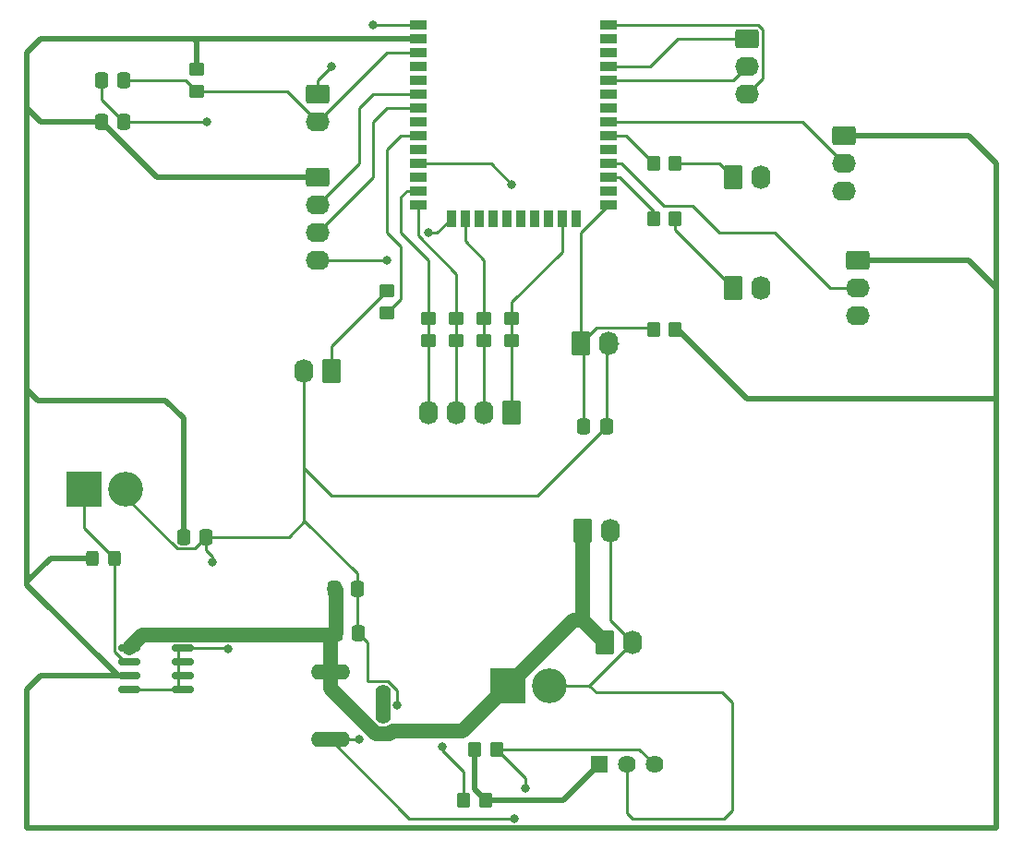
<source format=gbr>
G04 #@! TF.GenerationSoftware,KiCad,Pcbnew,9.0.0*
G04 #@! TF.CreationDate,2025-03-03T16:58:55-06:00*
G04 #@! TF.ProjectId,Group52HeatedBridge,47726f75-7035-4324-9865-617465644272,rev?*
G04 #@! TF.SameCoordinates,Original*
G04 #@! TF.FileFunction,Copper,L1,Top*
G04 #@! TF.FilePolarity,Positive*
%FSLAX46Y46*%
G04 Gerber Fmt 4.6, Leading zero omitted, Abs format (unit mm)*
G04 Created by KiCad (PCBNEW 9.0.0) date 2025-03-03 16:58:55*
%MOMM*%
%LPD*%
G01*
G04 APERTURE LIST*
G04 Aperture macros list*
%AMRoundRect*
0 Rectangle with rounded corners*
0 $1 Rounding radius*
0 $2 $3 $4 $5 $6 $7 $8 $9 X,Y pos of 4 corners*
0 Add a 4 corners polygon primitive as box body*
4,1,4,$2,$3,$4,$5,$6,$7,$8,$9,$2,$3,0*
0 Add four circle primitives for the rounded corners*
1,1,$1+$1,$2,$3*
1,1,$1+$1,$4,$5*
1,1,$1+$1,$6,$7*
1,1,$1+$1,$8,$9*
0 Add four rect primitives between the rounded corners*
20,1,$1+$1,$2,$3,$4,$5,0*
20,1,$1+$1,$4,$5,$6,$7,0*
20,1,$1+$1,$6,$7,$8,$9,0*
20,1,$1+$1,$8,$9,$2,$3,0*%
G04 Aperture macros list end*
G04 #@! TA.AperFunction,ComponentPad*
%ADD10O,1.400000X3.600000*%
G04 #@! TD*
G04 #@! TA.AperFunction,ComponentPad*
%ADD11O,3.600000X1.400000*%
G04 #@! TD*
G04 #@! TA.AperFunction,ComponentPad*
%ADD12RoundRect,0.250000X-0.845000X0.620000X-0.845000X-0.620000X0.845000X-0.620000X0.845000X0.620000X0*%
G04 #@! TD*
G04 #@! TA.AperFunction,ComponentPad*
%ADD13O,2.190000X1.740000*%
G04 #@! TD*
G04 #@! TA.AperFunction,SMDPad,CuDef*
%ADD14RoundRect,0.250000X-0.350000X-0.450000X0.350000X-0.450000X0.350000X0.450000X-0.350000X0.450000X0*%
G04 #@! TD*
G04 #@! TA.AperFunction,ComponentPad*
%ADD15RoundRect,0.250000X0.620000X0.845000X-0.620000X0.845000X-0.620000X-0.845000X0.620000X-0.845000X0*%
G04 #@! TD*
G04 #@! TA.AperFunction,ComponentPad*
%ADD16O,1.740000X2.190000*%
G04 #@! TD*
G04 #@! TA.AperFunction,SMDPad,CuDef*
%ADD17RoundRect,0.250000X-0.337500X-0.475000X0.337500X-0.475000X0.337500X0.475000X-0.337500X0.475000X0*%
G04 #@! TD*
G04 #@! TA.AperFunction,SMDPad,CuDef*
%ADD18RoundRect,0.250000X0.450000X-0.350000X0.450000X0.350000X-0.450000X0.350000X-0.450000X-0.350000X0*%
G04 #@! TD*
G04 #@! TA.AperFunction,ComponentPad*
%ADD19R,3.200000X3.200000*%
G04 #@! TD*
G04 #@! TA.AperFunction,ComponentPad*
%ADD20O,3.200000X3.200000*%
G04 #@! TD*
G04 #@! TA.AperFunction,ComponentPad*
%ADD21RoundRect,0.250000X-0.620000X-0.845000X0.620000X-0.845000X0.620000X0.845000X-0.620000X0.845000X0*%
G04 #@! TD*
G04 #@! TA.AperFunction,SMDPad,CuDef*
%ADD22RoundRect,0.250000X0.325000X0.450000X-0.325000X0.450000X-0.325000X-0.450000X0.325000X-0.450000X0*%
G04 #@! TD*
G04 #@! TA.AperFunction,SMDPad,CuDef*
%ADD23R,1.500000X0.900000*%
G04 #@! TD*
G04 #@! TA.AperFunction,SMDPad,CuDef*
%ADD24R,0.900000X1.500000*%
G04 #@! TD*
G04 #@! TA.AperFunction,ComponentPad*
%ADD25R,1.625600X1.625600*%
G04 #@! TD*
G04 #@! TA.AperFunction,ComponentPad*
%ADD26C,1.625600*%
G04 #@! TD*
G04 #@! TA.AperFunction,SMDPad,CuDef*
%ADD27RoundRect,0.150000X-0.825000X-0.150000X0.825000X-0.150000X0.825000X0.150000X-0.825000X0.150000X0*%
G04 #@! TD*
G04 #@! TA.AperFunction,ViaPad*
%ADD28C,0.800000*%
G04 #@! TD*
G04 #@! TA.AperFunction,Conductor*
%ADD29C,0.254000*%
G04 #@! TD*
G04 #@! TA.AperFunction,Conductor*
%ADD30C,1.370000*%
G04 #@! TD*
G04 #@! TA.AperFunction,Conductor*
%ADD31C,0.250000*%
G04 #@! TD*
G04 #@! TA.AperFunction,Conductor*
%ADD32C,0.508000*%
G04 #@! TD*
G04 APERTURE END LIST*
D10*
G04 #@! TO.P,J11,C*
G04 #@! TO.N,unconnected-(J11-PadC)*
X134213000Y-128349000D03*
D11*
G04 #@! TO.P,J11,B*
G04 #@! TO.N,GND*
X129413000Y-131599000D03*
G04 #@! TO.P,J11,A*
G04 #@! TO.N,+24V*
X129413000Y-125349000D03*
G04 #@! TD*
D12*
G04 #@! TO.P,J2,1,Pin_1*
G04 #@! TO.N,+3.3V*
X128270000Y-80010000D03*
D13*
G04 #@! TO.P,J2,2,Pin_2*
G04 #@! TO.N,/DigitalRain*
X128270000Y-82550000D03*
G04 #@! TO.P,J2,3,Pin_3*
G04 #@! TO.N,/AnalogRain*
X128270000Y-85090000D03*
G04 #@! TO.P,J2,4,Pin_4*
G04 #@! TO.N,GND*
X128270000Y-87630000D03*
G04 #@! TD*
D14*
G04 #@! TO.P,R2,1*
G04 #@! TO.N,/BOOT*
X159020000Y-93980000D03*
G04 #@! TO.P,R2,2*
G04 #@! TO.N,+3.3V*
X161020000Y-93980000D03*
G04 #@! TD*
D15*
G04 #@! TO.P,J7,1,Pin_1*
G04 #@! TO.N,Net-(J7-Pin_1)*
X129540000Y-97790000D03*
D16*
G04 #@! TO.P,J7,2,Pin_2*
G04 #@! TO.N,GND*
X127000000Y-97790000D03*
G04 #@! TD*
D12*
G04 #@! TO.P,J3,1,Pin_1*
G04 #@! TO.N,+3.3V*
X177800000Y-87630000D03*
D13*
G04 #@! TO.P,J3,2,Pin_2*
G04 #@! TO.N,/GPIOTempSurface*
X177800000Y-90170000D03*
G04 #@! TO.P,J3,3,Pin_3*
G04 #@! TO.N,GND*
X177800000Y-92710000D03*
G04 #@! TD*
D17*
G04 #@! TO.P,C1,1*
G04 #@! TO.N,GND*
X108415000Y-71120000D03*
G04 #@! TO.P,C1,2*
G04 #@! TO.N,/EN*
X110490000Y-71120000D03*
G04 #@! TD*
D18*
G04 #@! TO.P,R1,1*
G04 #@! TO.N,/EN*
X117110000Y-72120000D03*
G04 #@! TO.P,R1,2*
G04 #@! TO.N,+3.3V*
X117110000Y-70120000D03*
G04 #@! TD*
D19*
G04 #@! TO.P,D1,1,K*
G04 #@! TO.N,Net-(D1-K)*
X106815000Y-108585000D03*
D20*
G04 #@! TO.P,D1,2,A*
G04 #@! TO.N,GND*
X110625000Y-108585000D03*
G04 #@! TD*
D21*
G04 #@! TO.P,J10,1,Pin_1*
G04 #@! TO.N,Net-(J10-Pin_1)*
X166370000Y-80010000D03*
D16*
G04 #@! TO.P,J10,2,Pin_2*
G04 #@! TO.N,GND*
X168910000Y-80010000D03*
G04 #@! TD*
D18*
G04 #@! TO.P,R5,1*
G04 #@! TO.N,/MTDO*
X146050000Y-94980000D03*
G04 #@! TO.P,R5,2*
X146050000Y-92980000D03*
G04 #@! TD*
D17*
G04 #@! TO.P,C6,1*
G04 #@! TO.N,+24V*
X129772500Y-117729000D03*
G04 #@! TO.P,C6,2*
G04 #@! TO.N,GND*
X131847500Y-117729000D03*
G04 #@! TD*
D21*
G04 #@! TO.P,J6,1,Pin_1*
G04 #@! TO.N,Net-(J6-Pin_1)*
X166370000Y-90170000D03*
D16*
G04 #@! TO.P,J6,2,Pin_2*
G04 #@! TO.N,GND*
X168910000Y-90170000D03*
G04 #@! TD*
D22*
G04 #@! TO.P,L1,1,1*
G04 #@! TO.N,Net-(D1-K)*
X109610000Y-114935000D03*
G04 #@! TO.P,L1,2,2*
G04 #@! TO.N,+3.3V*
X107560000Y-114935000D03*
G04 #@! TD*
D14*
G04 #@! TO.P,R11,1*
G04 #@! TO.N,Net-(U3-G)*
X142637000Y-132461000D03*
G04 #@! TO.P,R11,2*
G04 #@! TO.N,GND*
X144637000Y-132461000D03*
G04 #@! TD*
D12*
G04 #@! TO.P,J4,1,Pin_1*
G04 #@! TO.N,+3.3V*
X176510000Y-76200000D03*
D13*
G04 #@! TO.P,J4,2,Pin_2*
G04 #@! TO.N,/GPIOTempAir*
X176510000Y-78740000D03*
G04 #@! TO.P,J4,3,Pin_3*
G04 #@! TO.N,GND*
X176510000Y-81280000D03*
G04 #@! TD*
D12*
G04 #@! TO.P,J8,1,Pin_1*
G04 #@! TO.N,GND*
X128270000Y-72390000D03*
D13*
G04 #@! TO.P,J8,2,Pin_2*
G04 #@! TO.N,/EN*
X128270000Y-74930000D03*
G04 #@! TD*
D18*
G04 #@! TO.P,R7,1*
G04 #@! TO.N,/MTDI*
X140970000Y-94980000D03*
G04 #@! TO.P,R7,2*
X140970000Y-92980000D03*
G04 #@! TD*
D14*
G04 #@! TO.P,R9,1*
G04 #@! TO.N,/GPIOTempAirLED*
X159020000Y-78740000D03*
G04 #@! TO.P,R9,2*
G04 #@! TO.N,Net-(J10-Pin_1)*
X161020000Y-78740000D03*
G04 #@! TD*
D23*
G04 #@! TO.P,U1,1,GND*
G04 #@! TO.N,GND*
X137440000Y-66040000D03*
G04 #@! TO.P,U1,2,VDD*
G04 #@! TO.N,+3.3V*
X137440000Y-67310000D03*
G04 #@! TO.P,U1,3,EN*
G04 #@! TO.N,/EN*
X137440000Y-68580000D03*
G04 #@! TO.P,U1,4,SENSOR_VP*
G04 #@! TO.N,unconnected-(U1-SENSOR_VP-Pad4)*
X137440000Y-69850000D03*
G04 #@! TO.P,U1,5,SENSOR_VN*
G04 #@! TO.N,unconnected-(U1-SENSOR_VN-Pad5)*
X137440000Y-71120000D03*
G04 #@! TO.P,U1,6,IO34*
G04 #@! TO.N,/DigitalRain*
X137440000Y-72390000D03*
G04 #@! TO.P,U1,7,IO35*
G04 #@! TO.N,/AnalogRain*
X137440000Y-73660000D03*
G04 #@! TO.P,U1,8,IO32*
G04 #@! TO.N,unconnected-(U1-IO32-Pad8)*
X137440000Y-74930000D03*
G04 #@! TO.P,U1,9,IO33*
G04 #@! TO.N,/GPIORainLED*
X137440000Y-76200000D03*
G04 #@! TO.P,U1,10,IO25*
G04 #@! TO.N,unconnected-(U1-IO25-Pad10)*
X137440000Y-77470000D03*
G04 #@! TO.P,U1,11,IO26*
G04 #@! TO.N,/MOSFETCONTROL*
X137440000Y-78740000D03*
G04 #@! TO.P,U1,12,IO27*
G04 #@! TO.N,unconnected-(U1-IO27-Pad12)*
X137440000Y-80010000D03*
G04 #@! TO.P,U1,13,IO14*
G04 #@! TO.N,/MTMS*
X137440000Y-81280000D03*
G04 #@! TO.P,U1,14,IO12*
G04 #@! TO.N,/MTDI*
X137440000Y-82550000D03*
D24*
G04 #@! TO.P,U1,15,GND*
G04 #@! TO.N,GND*
X140480000Y-83800000D03*
G04 #@! TO.P,U1,16,IO13*
G04 #@! TO.N,/MTCK*
X141750000Y-83800000D03*
G04 #@! TO.P,U1,17,SHD/SD2*
G04 #@! TO.N,unconnected-(U1-SHD{slash}SD2-Pad17)*
X143020000Y-83800000D03*
G04 #@! TO.P,U1,18,SWP/SD3*
G04 #@! TO.N,unconnected-(U1-SWP{slash}SD3-Pad18)*
X144290000Y-83800000D03*
G04 #@! TO.P,U1,19,SCS/CMD*
G04 #@! TO.N,unconnected-(U1-SCS{slash}CMD-Pad19)*
X145560000Y-83800000D03*
G04 #@! TO.P,U1,20,SCK/CLK*
G04 #@! TO.N,unconnected-(U1-SCK{slash}CLK-Pad20)*
X146830000Y-83800000D03*
G04 #@! TO.P,U1,21,SDO/SD0*
G04 #@! TO.N,unconnected-(U1-SDO{slash}SD0-Pad21)*
X148100000Y-83800000D03*
G04 #@! TO.P,U1,22,SDI/SD1*
G04 #@! TO.N,unconnected-(U1-SDI{slash}SD1-Pad22)*
X149370000Y-83800000D03*
G04 #@! TO.P,U1,23,IO15*
G04 #@! TO.N,/MTDO*
X150640000Y-83800000D03*
G04 #@! TO.P,U1,24,IO2*
G04 #@! TO.N,unconnected-(U1-IO2-Pad24)*
X151910000Y-83800000D03*
D23*
G04 #@! TO.P,U1,25,IO0*
G04 #@! TO.N,/BOOT*
X154940000Y-82550000D03*
G04 #@! TO.P,U1,26,IO4*
G04 #@! TO.N,unconnected-(U1-IO4-Pad26)*
X154940000Y-81280000D03*
G04 #@! TO.P,U1,27,IO16*
G04 #@! TO.N,/GPIOTempSurfaceLED*
X154940000Y-80010000D03*
G04 #@! TO.P,U1,28,IO17*
G04 #@! TO.N,/GPIOTempSurface*
X154940000Y-78740000D03*
G04 #@! TO.P,U1,29,IO5*
G04 #@! TO.N,unconnected-(U1-IO5-Pad29)*
X154940000Y-77470000D03*
G04 #@! TO.P,U1,30,IO18*
G04 #@! TO.N,/GPIOTempAirLED*
X154940000Y-76200000D03*
G04 #@! TO.P,U1,31,IO19*
G04 #@! TO.N,/GPIOTempAir*
X154940000Y-74930000D03*
G04 #@! TO.P,U1,32,NC*
G04 #@! TO.N,unconnected-(U1-NC-Pad32)*
X154940000Y-73660000D03*
G04 #@! TO.P,U1,33,IO21*
G04 #@! TO.N,unconnected-(U1-IO21-Pad33)*
X154940000Y-72390000D03*
G04 #@! TO.P,U1,34,RXD0/IO3*
G04 #@! TO.N,/RX*
X154940000Y-71120000D03*
G04 #@! TO.P,U1,35,TXD0/IO1*
G04 #@! TO.N,/TX*
X154940000Y-69850000D03*
G04 #@! TO.P,U1,36,IO22*
G04 #@! TO.N,unconnected-(U1-IO22-Pad36)*
X154940000Y-68580000D03*
G04 #@! TO.P,U1,37,IO23*
G04 #@! TO.N,unconnected-(U1-IO23-Pad37)*
X154940000Y-67310000D03*
G04 #@! TO.P,U1,38,GND*
G04 #@! TO.N,GND*
X154940000Y-66040000D03*
G04 #@! TD*
D15*
G04 #@! TO.P,J5,1,Pin_1*
G04 #@! TO.N,/MTDO*
X146050000Y-101600000D03*
D16*
G04 #@! TO.P,J5,2,Pin_2*
G04 #@! TO.N,/MTCK*
X143510000Y-101600000D03*
G04 #@! TO.P,J5,3,Pin_3*
G04 #@! TO.N,/MTDI*
X140970000Y-101600000D03*
G04 #@! TO.P,J5,4,Pin_4*
G04 #@! TO.N,/MTMS*
X138430000Y-101600000D03*
G04 #@! TD*
D18*
G04 #@! TO.P,R8,1*
G04 #@! TO.N,/MTMS*
X138430000Y-94980000D03*
G04 #@! TO.P,R8,2*
X138430000Y-92980000D03*
G04 #@! TD*
D25*
G04 #@! TO.P,U3,1,G*
G04 #@! TO.N,Net-(U3-G)*
X154051000Y-133858000D03*
D26*
G04 #@! TO.P,U3,2,D*
G04 #@! TO.N,Net-(D2-A)*
X156591000Y-133858000D03*
G04 #@! TO.P,U3,3,S*
G04 #@! TO.N,GND*
X159131000Y-133858000D03*
G04 #@! TD*
D17*
G04 #@! TO.P,C3,1*
G04 #@! TO.N,/BOOT*
X152632500Y-102870000D03*
G04 #@! TO.P,C3,2*
G04 #@! TO.N,GND*
X154707500Y-102870000D03*
G04 #@! TD*
D21*
G04 #@! TO.P,J13,1,Pin_1*
G04 #@! TO.N,+24V*
X154559000Y-122682000D03*
D16*
G04 #@! TO.P,J13,2,Pin_2*
G04 #@! TO.N,Net-(D2-A)*
X157099000Y-122682000D03*
G04 #@! TD*
D14*
G04 #@! TO.P,R3,1*
G04 #@! TO.N,/GPIOTempSurfaceLED*
X159020000Y-83820000D03*
G04 #@! TO.P,R3,2*
G04 #@! TO.N,Net-(J6-Pin_1)*
X161020000Y-83820000D03*
G04 #@! TD*
D17*
G04 #@! TO.P,C5,1*
G04 #@! TO.N,+3.3V*
X115929500Y-113030000D03*
G04 #@! TO.P,C5,2*
G04 #@! TO.N,GND*
X118004500Y-113030000D03*
G04 #@! TD*
D18*
G04 #@! TO.P,R6,1*
G04 #@! TO.N,/MTCK*
X143510000Y-94980000D03*
G04 #@! TO.P,R6,2*
X143510000Y-92980000D03*
G04 #@! TD*
D17*
G04 #@! TO.P,C4,1*
G04 #@! TO.N,+24V*
X129899500Y-121793000D03*
G04 #@! TO.P,C4,2*
G04 #@! TO.N,GND*
X131974500Y-121793000D03*
G04 #@! TD*
G04 #@! TO.P,C2,1*
G04 #@! TO.N,+3.3V*
X108415000Y-74930000D03*
G04 #@! TO.P,C2,2*
G04 #@! TO.N,GND*
X110490000Y-74930000D03*
G04 #@! TD*
D21*
G04 #@! TO.P,J9,1,Pin_1*
G04 #@! TO.N,/BOOT*
X152400000Y-95250000D03*
D16*
G04 #@! TO.P,J9,2,Pin_2*
G04 #@! TO.N,GND*
X154940000Y-95250000D03*
G04 #@! TD*
D19*
G04 #@! TO.P,D2,1,K*
G04 #@! TO.N,+24V*
X145677000Y-126619000D03*
D20*
G04 #@! TO.P,D2,2,A*
G04 #@! TO.N,Net-(D2-A)*
X149487000Y-126619000D03*
G04 #@! TD*
D27*
G04 #@! TO.P,U2,1,VIN*
G04 #@! TO.N,+24V*
X110936000Y-123190000D03*
G04 #@! TO.P,U2,2,OUT*
G04 #@! TO.N,Net-(D1-K)*
X110936000Y-124460000D03*
G04 #@! TO.P,U2,3,FB*
G04 #@! TO.N,+3.3V*
X110936000Y-125730000D03*
G04 #@! TO.P,U2,4,~{EN}*
G04 #@! TO.N,GND*
X110936000Y-127000000D03*
G04 #@! TO.P,U2,5,GND*
X115886000Y-127000000D03*
G04 #@! TO.P,U2,6,GND*
X115886000Y-125730000D03*
G04 #@! TO.P,U2,7,GND*
X115886000Y-124460000D03*
G04 #@! TO.P,U2,8,GND*
X115886000Y-123190000D03*
G04 #@! TD*
D12*
G04 #@! TO.P,J1,1,Pin_1*
G04 #@! TO.N,/TX*
X167620000Y-67310000D03*
D13*
G04 #@! TO.P,J1,2,Pin_2*
G04 #@! TO.N,/RX*
X167620000Y-69850000D03*
G04 #@! TO.P,J1,3,Pin_3*
G04 #@! TO.N,GND*
X167620000Y-72390000D03*
G04 #@! TD*
D18*
G04 #@! TO.P,R4,1*
G04 #@! TO.N,/GPIORainLED*
X134620000Y-92440000D03*
G04 #@! TO.P,R4,2*
G04 #@! TO.N,Net-(J7-Pin_1)*
X134620000Y-90440000D03*
G04 #@! TD*
D21*
G04 #@! TO.P,J14,1,Pin_1*
G04 #@! TO.N,+24V*
X152527000Y-112415000D03*
D16*
G04 #@! TO.P,J14,2,Pin_2*
G04 #@! TO.N,Net-(D2-A)*
X155067000Y-112415000D03*
G04 #@! TD*
D14*
G04 #@! TO.P,R10,1*
G04 #@! TO.N,/MOSFETCONTROL*
X141621000Y-137160000D03*
G04 #@! TO.P,R10,2*
G04 #@! TO.N,Net-(U3-G)*
X143621000Y-137160000D03*
G04 #@! TD*
D28*
G04 #@! TO.N,GND*
X135513000Y-128397000D03*
X132080000Y-131572000D03*
X134620000Y-87630000D03*
X120015000Y-123289000D03*
X146304000Y-138811000D03*
X129540000Y-69850000D03*
X118110000Y-74930000D03*
X138430000Y-85090000D03*
X118618000Y-115316000D03*
X133350000Y-66040000D03*
X147320000Y-136017000D03*
G04 #@! TO.N,/MOSFETCONTROL*
X146050000Y-80645000D03*
X139700000Y-132207000D03*
G04 #@! TD*
D29*
G04 #@! TO.N,GND*
X136625000Y-138811000D02*
X129413000Y-131599000D01*
X146304000Y-138811000D02*
X136625000Y-138811000D01*
X132859000Y-126221000D02*
X132842000Y-126238000D01*
X134638812Y-126221000D02*
X132859000Y-126221000D01*
X135513000Y-128397000D02*
X135513000Y-127095188D01*
X135513000Y-127095188D02*
X134638812Y-126221000D01*
X132053000Y-131599000D02*
X132080000Y-131572000D01*
X129413000Y-131599000D02*
X132053000Y-131599000D01*
D30*
G04 #@! TO.N,+24V*
X129413000Y-126891943D02*
X129413000Y-125349000D01*
X133556057Y-131035000D02*
X129413000Y-126891943D01*
X134869943Y-131035000D02*
X133556057Y-131035000D01*
X135123343Y-130781600D02*
X134869943Y-131035000D01*
X141514400Y-130781600D02*
X135123343Y-130781600D01*
X129137500Y-122004000D02*
X112122000Y-122004000D01*
X129413000Y-122279500D02*
X129137500Y-122004000D01*
X129413000Y-122279500D02*
X129899500Y-121793000D01*
X129413000Y-125349000D02*
X129413000Y-122279500D01*
D31*
G04 #@! TO.N,GND*
X115440000Y-124590000D02*
X115440000Y-125730000D01*
D29*
X133350000Y-66040000D02*
X137440000Y-66040000D01*
X128270000Y-71120000D02*
X129540000Y-69850000D01*
X131974500Y-121793000D02*
X132842000Y-122660500D01*
X167620000Y-72390000D02*
X169043000Y-70967000D01*
X110625000Y-108585000D02*
X110625000Y-109362342D01*
X139190000Y-85090000D02*
X140480000Y-83800000D01*
X118004500Y-114194500D02*
X118004500Y-113030000D01*
X125665000Y-112965000D02*
X127000000Y-111630000D01*
X147320000Y-135144000D02*
X147320000Y-136017000D01*
X127000000Y-111630000D02*
X127000000Y-111506000D01*
X154707500Y-95482500D02*
X154940000Y-95250000D01*
X119916000Y-123190000D02*
X120015000Y-123289000D01*
X115886000Y-123190000D02*
X119916000Y-123190000D01*
D31*
X115440000Y-127000000D02*
X110490000Y-127000000D01*
D29*
X118618000Y-115316000D02*
X118618000Y-114808000D01*
X169043000Y-66443658D02*
X168639342Y-66040000D01*
X157734000Y-132461000D02*
X144637000Y-132461000D01*
X118004500Y-113030000D02*
X125600000Y-113030000D01*
X131847500Y-116353500D02*
X127000000Y-111506000D01*
X116951500Y-114083000D02*
X118004500Y-113030000D01*
X108415000Y-71120000D02*
X108415000Y-72855000D01*
X110625000Y-109362342D02*
X115345658Y-114083000D01*
X129540000Y-109220000D02*
X127000000Y-106680000D01*
X127000000Y-97790000D02*
X127000000Y-106680000D01*
X115345658Y-114083000D02*
X116951500Y-114083000D01*
X148357500Y-109220000D02*
X129540000Y-109220000D01*
X154707500Y-102870000D02*
X148357500Y-109220000D01*
X131847500Y-117729000D02*
X131847500Y-121666000D01*
X131847500Y-121666000D02*
X131974500Y-121793000D01*
X159131000Y-133858000D02*
X157734000Y-132461000D01*
D31*
X115440000Y-124460000D02*
X115570000Y-124460000D01*
D29*
X118618000Y-114808000D02*
X118004500Y-114194500D01*
X110490000Y-74930000D02*
X118110000Y-74930000D01*
D31*
X115440000Y-127000000D02*
X115440000Y-125730000D01*
D29*
X154707500Y-102870000D02*
X154707500Y-95482500D01*
X138430000Y-85090000D02*
X139190000Y-85090000D01*
X108415000Y-72855000D02*
X110490000Y-74930000D01*
X132842000Y-122660500D02*
X132842000Y-126238000D01*
X144637000Y-132461000D02*
X147320000Y-135144000D01*
X115440000Y-123190000D02*
X115440000Y-124460000D01*
D31*
X115570000Y-124460000D02*
X115440000Y-124590000D01*
D29*
X154940000Y-95250000D02*
X155745000Y-95250000D01*
X127000000Y-111506000D02*
X127000000Y-106680000D01*
X169043000Y-70967000D02*
X169043000Y-66443658D01*
X128270000Y-87630000D02*
X134620000Y-87630000D01*
X125600000Y-113030000D02*
X125665000Y-112965000D01*
X128270000Y-72390000D02*
X128270000Y-71120000D01*
X168639342Y-66040000D02*
X154940000Y-66040000D01*
X131847500Y-117729000D02*
X131847500Y-116353500D01*
G04 #@! TO.N,/EN*
X110490000Y-71120000D02*
X116110000Y-71120000D01*
X116110000Y-71120000D02*
X117110000Y-72120000D01*
X117110000Y-72120000D02*
X125460000Y-72120000D01*
X125460000Y-72120000D02*
X128270000Y-74930000D01*
X128270000Y-74930000D02*
X134620000Y-68580000D01*
X134620000Y-68580000D02*
X137440000Y-68580000D01*
D32*
G04 #@! TO.N,+3.3V*
X190500000Y-100330000D02*
X167640000Y-100330000D01*
X190500000Y-139700000D02*
X190500000Y-100330000D01*
X190500000Y-100330000D02*
X190500000Y-90170000D01*
X115929500Y-102086500D02*
X114300000Y-100457000D01*
X115570000Y-67310000D02*
X116840000Y-67310000D01*
X190500000Y-78740000D02*
X187960000Y-76200000D01*
X102870000Y-74930000D02*
X108415000Y-74930000D01*
X101600000Y-139700000D02*
X190500000Y-139700000D01*
X101600000Y-117404756D02*
X101600000Y-117094000D01*
X103759000Y-114935000D02*
X101600000Y-117094000D01*
X107560000Y-114935000D02*
X103759000Y-114935000D01*
X187960000Y-87630000D02*
X177800000Y-87630000D01*
X113495000Y-80010000D02*
X128270000Y-80010000D01*
X117110000Y-70120000D02*
X117110000Y-67580000D01*
X109925244Y-125730000D02*
X101600000Y-117404756D01*
X115929500Y-113030000D02*
X115929500Y-102086500D01*
X114300000Y-100457000D02*
X102616000Y-100457000D01*
X167640000Y-100330000D02*
X161290000Y-93980000D01*
X101600000Y-127000000D02*
X101600000Y-139700000D01*
X117110000Y-67580000D02*
X116840000Y-67310000D01*
X161290000Y-93980000D02*
X161020000Y-93980000D01*
X101600000Y-68580000D02*
X102870000Y-67310000D01*
X102870000Y-67310000D02*
X115570000Y-67310000D01*
X101600000Y-73660000D02*
X101600000Y-68580000D01*
X116840000Y-67310000D02*
X137440000Y-67310000D01*
X108415000Y-74930000D02*
X113495000Y-80010000D01*
X190500000Y-90170000D02*
X187960000Y-87630000D01*
X101600000Y-99441000D02*
X101600000Y-73660000D01*
X101600000Y-117094000D02*
X101600000Y-99441000D01*
X102870000Y-125730000D02*
X101600000Y-127000000D01*
X101600000Y-73660000D02*
X102870000Y-74930000D01*
X102616000Y-100457000D02*
X101600000Y-99441000D01*
X187960000Y-76200000D02*
X176510000Y-76200000D01*
X190500000Y-90170000D02*
X190500000Y-78740000D01*
X110490000Y-125730000D02*
X102870000Y-125730000D01*
X110490000Y-125730000D02*
X109925244Y-125730000D01*
D29*
G04 #@! TO.N,/BOOT*
X152632500Y-102870000D02*
X152632500Y-95482500D01*
X152400000Y-95250000D02*
X152400000Y-85090000D01*
X153823000Y-93827000D02*
X152400000Y-95250000D01*
X158597000Y-93827000D02*
X153823000Y-93827000D01*
X152632500Y-95482500D02*
X152400000Y-95250000D01*
X152400000Y-85090000D02*
X154940000Y-82550000D01*
X159020000Y-93980000D02*
X158750000Y-93980000D01*
X158750000Y-93980000D02*
X158597000Y-93827000D01*
G04 #@! TO.N,/TX*
X158750000Y-69850000D02*
X154940000Y-69850000D01*
X167620000Y-67310000D02*
X161290000Y-67310000D01*
X161290000Y-67310000D02*
X158750000Y-69850000D01*
G04 #@! TO.N,/RX*
X167620000Y-69850000D02*
X166350000Y-71120000D01*
X166350000Y-71120000D02*
X154940000Y-71120000D01*
G04 #@! TO.N,/MTDO*
X146050000Y-92980000D02*
X146050000Y-91440000D01*
X150640000Y-86850000D02*
X150640000Y-83800000D01*
X146050000Y-91440000D02*
X150640000Y-86850000D01*
X146050000Y-101600000D02*
X146050000Y-94980000D01*
X146050000Y-94980000D02*
X146050000Y-92980000D01*
G04 #@! TO.N,/MTCK*
X143510000Y-101600000D02*
X143510000Y-94980000D01*
X143510000Y-87630000D02*
X141750000Y-85870000D01*
X141750000Y-85870000D02*
X141750000Y-83800000D01*
X143510000Y-92980000D02*
X143510000Y-87630000D01*
X143510000Y-94980000D02*
X143510000Y-92980000D01*
G04 #@! TO.N,/MTDI*
X140970000Y-88900000D02*
X137440000Y-85370000D01*
X140970000Y-94980000D02*
X140970000Y-92980000D01*
X140970000Y-92980000D02*
X140970000Y-88900000D01*
X137440000Y-85370000D02*
X137440000Y-82550000D01*
X140970000Y-101600000D02*
X140970000Y-94980000D01*
G04 #@! TO.N,/MTMS*
X138430000Y-87630000D02*
X135890000Y-85090000D01*
X138430000Y-94980000D02*
X138430000Y-92980000D01*
X135890000Y-85090000D02*
X135890000Y-81826000D01*
X136436000Y-81280000D02*
X137440000Y-81280000D01*
X138430000Y-92980000D02*
X138430000Y-87630000D01*
X138430000Y-101600000D02*
X138430000Y-94980000D01*
X135890000Y-81826000D02*
X136436000Y-81280000D01*
G04 #@! TO.N,Net-(J6-Pin_1)*
X161020000Y-83820000D02*
X161020000Y-84820000D01*
X161020000Y-84820000D02*
X166370000Y-90170000D01*
G04 #@! TO.N,Net-(J7-Pin_1)*
X129540000Y-95520000D02*
X134620000Y-90440000D01*
X129540000Y-97790000D02*
X129540000Y-95520000D01*
G04 #@! TO.N,Net-(J10-Pin_1)*
X165100000Y-78740000D02*
X166370000Y-80010000D01*
X161020000Y-78740000D02*
X165100000Y-78740000D01*
G04 #@! TO.N,/DigitalRain*
X133350000Y-72390000D02*
X137440000Y-72390000D01*
X132080000Y-73660000D02*
X133350000Y-72390000D01*
X128270000Y-82550000D02*
X132080000Y-78740000D01*
X132080000Y-78740000D02*
X132080000Y-73660000D01*
G04 #@! TO.N,/GPIOTempSurface*
X165100000Y-85090000D02*
X162632000Y-82622000D01*
X177800000Y-90170000D02*
X175260000Y-90170000D01*
X175260000Y-90170000D02*
X170180000Y-85090000D01*
X156066000Y-78740000D02*
X154940000Y-78740000D01*
X170180000Y-85090000D02*
X165100000Y-85090000D01*
X162632000Y-82622000D02*
X159948000Y-82622000D01*
X159948000Y-82622000D02*
X156066000Y-78740000D01*
G04 #@! TO.N,/GPIOTempAir*
X172700000Y-74930000D02*
X154940000Y-74930000D01*
X176510000Y-78740000D02*
X172700000Y-74930000D01*
G04 #@! TO.N,/GPIOTempSurfaceLED*
X159020000Y-83820000D02*
X159020000Y-83120000D01*
X155910000Y-80010000D02*
X154940000Y-80010000D01*
X159020000Y-83120000D02*
X155910000Y-80010000D01*
G04 #@! TO.N,/GPIORainLED*
X135890000Y-91170000D02*
X135890000Y-86360000D01*
X134620000Y-92440000D02*
X135890000Y-91170000D01*
X134620000Y-85090000D02*
X134620000Y-77470000D01*
X134620000Y-77470000D02*
X135890000Y-76200000D01*
X135890000Y-76200000D02*
X137440000Y-76200000D01*
X135890000Y-86360000D02*
X134620000Y-85090000D01*
G04 #@! TO.N,/GPIOTempAirLED*
X159020000Y-78740000D02*
X156480000Y-76200000D01*
X156480000Y-76200000D02*
X154940000Y-76200000D01*
G04 #@! TO.N,/AnalogRain*
X128270000Y-85090000D02*
X133350000Y-80010000D01*
X133350000Y-74930000D02*
X134620000Y-73660000D01*
X134620000Y-73660000D02*
X137440000Y-73660000D01*
X133350000Y-80010000D02*
X133350000Y-74930000D01*
G04 #@! TO.N,Net-(D1-K)*
X106815000Y-112140000D02*
X109610000Y-114935000D01*
X109610000Y-123519150D02*
X110550850Y-124460000D01*
X109610000Y-114935000D02*
X109610000Y-123519150D01*
X106815000Y-108585000D02*
X106815000Y-112140000D01*
X110550850Y-124460000D02*
X110936000Y-124460000D01*
G04 #@! TO.N,/MOSFETCONTROL*
X144145000Y-78740000D02*
X146050000Y-80645000D01*
X139700000Y-132588000D02*
X141621000Y-134509000D01*
X141621000Y-134509000D02*
X141621000Y-137160000D01*
X139700000Y-132207000D02*
X139700000Y-132588000D01*
X137440000Y-78740000D02*
X144145000Y-78740000D01*
D30*
G04 #@! TO.N,+24V*
X129899500Y-117856000D02*
X129772500Y-117729000D01*
X152527000Y-120650000D02*
X152527000Y-112415000D01*
X154559000Y-122682000D02*
X152527000Y-120650000D01*
X129899500Y-121793000D02*
X129899500Y-117856000D01*
X145677000Y-126619000D02*
X151646000Y-120650000D01*
X151646000Y-120650000D02*
X152527000Y-120650000D01*
X145677000Y-126619000D02*
X141514400Y-130781600D01*
X112122000Y-122004000D02*
X110936000Y-123190000D01*
D29*
G04 #@! TO.N,Net-(D2-A)*
X153162000Y-126619000D02*
X157099000Y-122682000D01*
X149487000Y-126619000D02*
X153162000Y-126619000D01*
X165354000Y-127254000D02*
X166243000Y-128143000D01*
X156591000Y-138303000D02*
X156591000Y-133858000D01*
X165481000Y-138811000D02*
X157099000Y-138811000D01*
X153162000Y-126619000D02*
X153797000Y-127254000D01*
X153797000Y-127254000D02*
X165354000Y-127254000D01*
X155067000Y-120650000D02*
X157099000Y-122682000D01*
X166243000Y-128143000D02*
X166243000Y-138049000D01*
X166243000Y-138049000D02*
X165481000Y-138811000D01*
X155067000Y-112415000D02*
X155067000Y-120650000D01*
X149487000Y-126754000D02*
X149487000Y-126619000D01*
X157099000Y-138811000D02*
X156591000Y-138303000D01*
D32*
G04 #@! TO.N,Net-(U3-G)*
X142637000Y-136176000D02*
X143621000Y-137160000D01*
X142637000Y-132461000D02*
X142637000Y-136176000D01*
X143621000Y-137160000D02*
X150749000Y-137160000D01*
X150749000Y-137160000D02*
X154051000Y-133858000D01*
G04 #@! TD*
M02*

</source>
